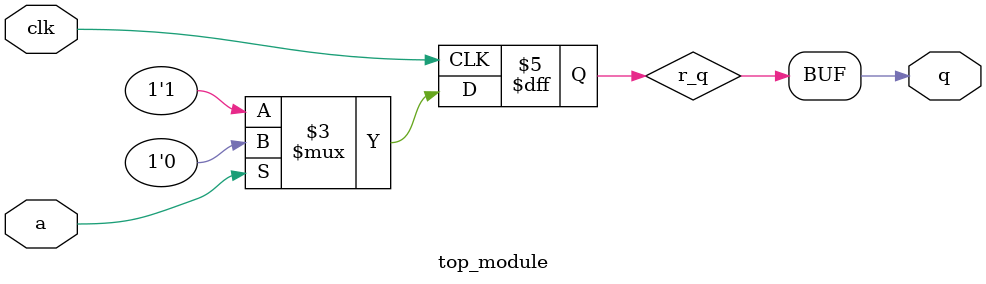
<source format=v>
module top_module (
    input clk,
    input a,
    output q );

reg r_q;

    always@(posedge clk) begin
        if(a) begin
            r_q <= 0;
        end else begin
            r_q <= 1;
        end
    end

    assign q = r_q;
endmodule
</source>
